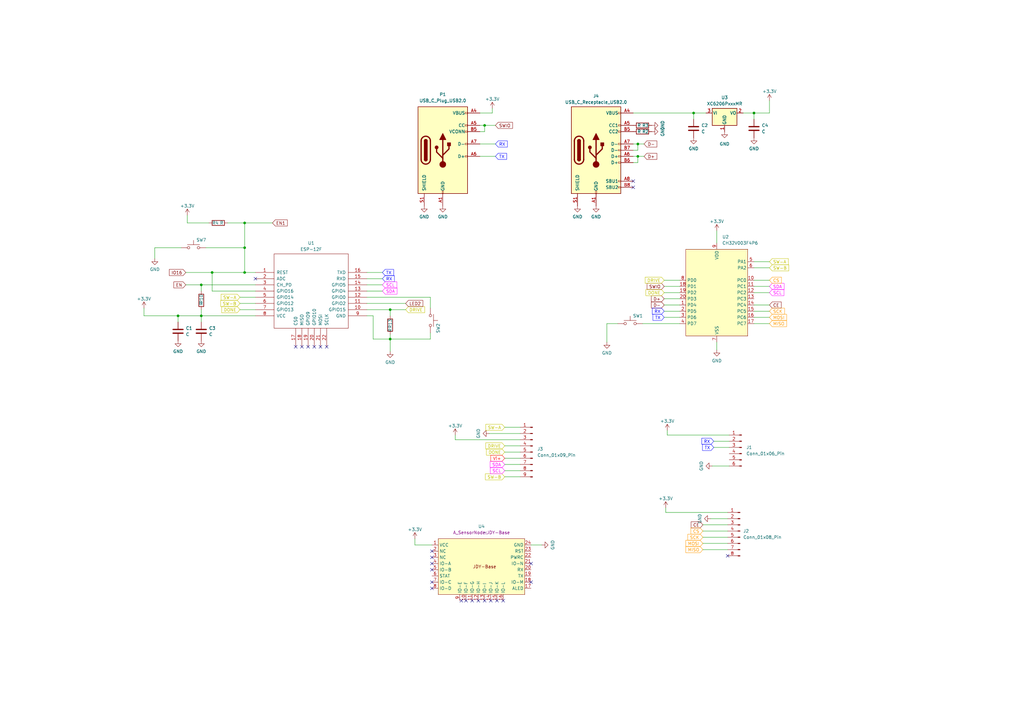
<source format=kicad_sch>
(kicad_sch (version 20230121) (generator eeschema)
  (paper "A3")
  (lib_symbols
    (symbol "A_SensorNode:JDY-Base"
      (property "Reference" "U" (at 0 0 0))
      (property "Footprint" "A_SensorNode:JDY-Base" (at -1.27 -10.16 0))
      (symbol "JDY-Base_1_1"
        (rectangle (start -19.05 -2.54) (end 16.51 -25.4) (fill (type background)))
        (text "JDY-Base" (at 0 -13.97 0) (effects (font (size 1.27 1.27))))
        (pin bidirectional line (at -21.59 -5.08 0) (length 2.54) (name "VCC") (number "1"))
        (pin bidirectional line (at -7.62 -27.94 90) (length 2.54) (name "IO-F") (number "10"))
        (pin bidirectional line (at -5.08 -27.94 90) (length 2.54) (name "IO-G") (number "11"))
        (pin bidirectional line (at -2.54 -27.94 90) (length 2.54) (name "IO-H") (number "12"))
        (pin bidirectional line (at 0 -27.94 90) (length 2.54) (name "IO-I") (number "13"))
        (pin bidirectional line (at 2.54 -27.94 90) (length 2.54) (name "IO-J") (number "14"))
        (pin bidirectional line (at 5.08 -27.94 90) (length 2.54) (name "IO-K") (number "15"))
        (pin bidirectional line (at 7.62 -27.94 90) (length 2.54) (name "IO-L") (number "16"))
        (pin bidirectional line (at 19.05 -22.86 180) (length 2.54) (name "ALED") (number "17"))
        (pin bidirectional line (at 19.05 -20.32 180) (length 2.54) (name "IO-M") (number "18"))
        (pin bidirectional line (at 19.05 -17.78 180) (length 2.54) (name "TX") (number "19"))
        (pin bidirectional line (at -21.59 -7.62 0) (length 2.54) (name "NC") (number "2"))
        (pin bidirectional line (at 19.05 -15.24 180) (length 2.54) (name "RX") (number "20"))
        (pin bidirectional line (at 19.05 -12.7 180) (length 2.54) (name "IO-N") (number "21"))
        (pin bidirectional line (at 19.05 -10.16 180) (length 2.54) (name "PWRC") (number "22"))
        (pin bidirectional line (at 19.05 -7.62 180) (length 2.54) (name "RST") (number "23"))
        (pin bidirectional line (at 19.05 -5.08 180) (length 2.54) (name "GND") (number "24"))
        (pin bidirectional line (at -21.59 -10.16 0) (length 2.54) (name "NC") (number "3"))
        (pin bidirectional line (at -21.59 -12.7 0) (length 2.54) (name "IO-A") (number "4"))
        (pin bidirectional line (at -21.59 -15.24 0) (length 2.54) (name "IO-B") (number "5"))
        (pin bidirectional line (at -21.59 -17.78 0) (length 2.54) (name "STAT") (number "6"))
        (pin bidirectional line (at -21.59 -20.32 0) (length 2.54) (name "IO-C") (number "7"))
        (pin bidirectional line (at -21.59 -22.86 0) (length 2.54) (name "IO-D") (number "8"))
        (pin bidirectional line (at -10.16 -27.94 90) (length 2.54) (name "IO-E") (number "9"))
      )
    )
    (symbol "Connector:Conn_01x06_Pin" (pin_names (offset 1.016) hide)
      (property "Reference" "J" (at 0 7.62 0))
      (property "Value" "Conn_01x06_Pin" (at 0 -10.16 0))
      (symbol "Conn_01x06_Pin_1_1"
        (polyline (pts (xy 1.27 -7.62) (xy 0.8636 -7.62)) (stroke (width 0.1524)))
        (polyline (pts (xy 1.27 -5.08) (xy 0.8636 -5.08)) (stroke (width 0.1524)))
        (polyline (pts (xy 1.27 -2.54) (xy 0.8636 -2.54)) (stroke (width 0.1524)))
        (polyline (pts (xy 1.27 0) (xy 0.8636 0)) (stroke (width 0.1524)))
        (polyline (pts (xy 1.27 2.54) (xy 0.8636 2.54)) (stroke (width 0.1524)))
        (polyline (pts (xy 1.27 5.08) (xy 0.8636 5.08)) (stroke (width 0.1524)))
        (rectangle (start 0.8636 -7.493) (end 0 -7.747) (stroke (width 0.1524)) (fill (type outline)))
        (rectangle (start 0.8636 -4.953) (end 0 -5.207) (stroke (width 0.1524)) (fill (type outline)))
        (rectangle (start 0.8636 -2.413) (end 0 -2.667) (stroke (width 0.1524)) (fill (type outline)))
        (rectangle (start 0.8636 0.127) (end 0 -0.127) (stroke (width 0.1524)) (fill (type outline)))
        (rectangle (start 0.8636 2.667) (end 0 2.413) (stroke (width 0.1524)) (fill (type outline)))
        (rectangle (start 0.8636 5.207) (end 0 4.953) (stroke (width 0.1524)) (fill (type outline)))
        (pin passive line (at 5.08 5.08 180) (length 3.81) (name "Pin_1") (number "1"))
        (pin passive line (at 5.08 2.54 180) (length 3.81) (name "Pin_2") (number "2"))
        (pin passive line (at 5.08 0 180) (length 3.81) (name "Pin_3") (number "3"))
        (pin passive line (at 5.08 -2.54 180) (length 3.81) (name "Pin_4") (number "4"))
        (pin passive line (at 5.08 -5.08 180) (length 3.81) (name "Pin_5") (number "5"))
        (pin passive line (at 5.08 -7.62 180) (length 3.81) (name "Pin_6") (number "6"))
      )
    )
    (symbol "Connector:Conn_01x08_Pin" (pin_names (offset 1.016) hide)
      (property "Reference" "J" (at 0 10.16 0))
      (property "Value" "Conn_01x08_Pin" (at 0 -12.7 0))
      (symbol "Conn_01x08_Pin_1_1"
        (polyline (pts (xy 1.27 -10.16) (xy 0.8636 -10.16)) (stroke (width 0.1524)))
        (polyline (pts (xy 1.27 -7.62) (xy 0.8636 -7.62)) (stroke (width 0.1524)))
        (polyline (pts (xy 1.27 -5.08) (xy 0.8636 -5.08)) (stroke (width 0.1524)))
        (polyline (pts (xy 1.27 -2.54) (xy 0.8636 -2.54)) (stroke (width 0.1524)))
        (polyline (pts (xy 1.27 0) (xy 0.8636 0)) (stroke (width 0.1524)))
        (polyline (pts (xy 1.27 2.54) (xy 0.8636 2.54)) (stroke (width 0.1524)))
        (polyline (pts (xy 1.27 5.08) (xy 0.8636 5.08)) (stroke (width 0.1524)))
        (polyline (pts (xy 1.27 7.62) (xy 0.8636 7.62)) (stroke (width 0.1524)))
        (rectangle (start 0.8636 -10.033) (end 0 -10.287) (stroke (width 0.1524)) (fill (type outline)))
        (rectangle (start 0.8636 -7.493) (end 0 -7.747) (stroke (width 0.1524)) (fill (type outline)))
        (rectangle (start 0.8636 -4.953) (end 0 -5.207) (stroke (width 0.1524)) (fill (type outline)))
        (rectangle (start 0.8636 -2.413) (end 0 -2.667) (stroke (width 0.1524)) (fill (type outline)))
        (rectangle (start 0.8636 0.127) (end 0 -0.127) (stroke (width 0.1524)) (fill (type outline)))
        (rectangle (start 0.8636 2.667) (end 0 2.413) (stroke (width 0.1524)) (fill (type outline)))
        (rectangle (start 0.8636 5.207) (end 0 4.953) (stroke (width 0.1524)) (fill (type outline)))
        (rectangle (start 0.8636 7.747) (end 0 7.493) (stroke (width 0.1524)) (fill (type outline)))
        (pin passive line (at 5.08 7.62 180) (length 3.81) (name "Pin_1") (number "1"))
        (pin passive line (at 5.08 5.08 180) (length 3.81) (name "Pin_2") (number "2"))
        (pin passive line (at 5.08 2.54 180) (length 3.81) (name "Pin_3") (number "3"))
        (pin passive line (at 5.08 0 180) (length 3.81) (name "Pin_4") (number "4"))
        (pin passive line (at 5.08 -2.54 180) (length 3.81) (name "Pin_5") (number "5"))
        (pin passive line (at 5.08 -5.08 180) (length 3.81) (name "Pin_6") (number "6"))
        (pin passive line (at 5.08 -7.62 180) (length 3.81) (name "Pin_7") (number "7"))
        (pin passive line (at 5.08 -10.16 180) (length 3.81) (name "Pin_8") (number "8"))
      )
    )
    (symbol "Connector:Conn_01x09_Pin" (pin_names (offset 1.016) hide)
      (property "Reference" "J" (at 0 12.7 0))
      (property "Value" "Conn_01x09_Pin" (at 0 -12.7 0))
      (symbol "Conn_01x09_Pin_1_1"
        (polyline (pts (xy 1.27 -10.16) (xy 0.8636 -10.16)) (stroke (width 0.1524)))
        (polyline (pts (xy 1.27 -7.62) (xy 0.8636 -7.62)) (stroke (width 0.1524)))
        (polyline (pts (xy 1.27 -5.08) (xy 0.8636 -5.08)) (stroke (width 0.1524)))
        (polyline (pts (xy 1.27 -2.54) (xy 0.8636 -2.54)) (stroke (width 0.1524)))
        (polyline (pts (xy 1.27 0) (xy 0.8636 0)) (stroke (width 0.1524)))
        (polyline (pts (xy 1.27 2.54) (xy 0.8636 2.54)) (stroke (width 0.1524)))
        (polyline (pts (xy 1.27 5.08) (xy 0.8636 5.08)) (stroke (width 0.1524)))
        (polyline (pts (xy 1.27 7.62) (xy 0.8636 7.62)) (stroke (width 0.1524)))
        (polyline (pts (xy 1.27 10.16) (xy 0.8636 10.16)) (stroke (width 0.1524)))
        (rectangle (start 0.8636 -10.033) (end 0 -10.287) (stroke (width 0.1524)) (fill (type outline)))
        (rectangle (start 0.8636 -7.493) (end 0 -7.747) (stroke (width 0.1524)) (fill (type outline)))
        (rectangle (start 0.8636 -4.953) (end 0 -5.207) (stroke (width 0.1524)) (fill (type outline)))
        (rectangle (start 0.8636 -2.413) (end 0 -2.667) (stroke (width 0.1524)) (fill (type outline)))
        (rectangle (start 0.8636 0.127) (end 0 -0.127) (stroke (width 0.1524)) (fill (type outline)))
        (rectangle (start 0.8636 2.667) (end 0 2.413) (stroke (width 0.1524)) (fill (type outline)))
        (rectangle (start 0.8636 5.207) (end 0 4.953) (stroke (width 0.1524)) (fill (type outline)))
        (rectangle (start 0.8636 7.747) (end 0 7.493) (stroke (width 0.1524)) (fill (type outline)))
        (rectangle (start 0.8636 10.287) (end 0 10.033) (stroke (width 0.1524)) (fill (type outline)))
        (pin passive line (at 5.08 10.16 180) (length 3.81) (name "Pin_1") (number "1"))
        (pin passive line (at 5.08 7.62 180) (length 3.81) (name "Pin_2") (number "2"))
        (pin passive line (at 5.08 5.08 180) (length 3.81) (name "Pin_3") (number "3"))
        (pin passive line (at 5.08 2.54 180) (length 3.81) (name "Pin_4") (number "4"))
        (pin passive line (at 5.08 0 180) (length 3.81) (name "Pin_5") (number "5"))
        (pin passive line (at 5.08 -2.54 180) (length 3.81) (name "Pin_6") (number "6"))
        (pin passive line (at 5.08 -5.08 180) (length 3.81) (name "Pin_7") (number "7"))
        (pin passive line (at 5.08 -7.62 180) (length 3.81) (name "Pin_8") (number "8"))
        (pin passive line (at 5.08 -10.16 180) (length 3.81) (name "Pin_9") (number "9"))
      )
    )
    (symbol "Connector:USB_C_Plug_USB2.0" (pin_names (offset 1.016))
      (property "Reference" "P" (at -10.16 19.05 0))
      (property "Value" "USB_C_Plug_USB2.0" (at 12.7 19.05 0))
      (symbol "USB_C_Plug_USB2.0_0_0"
        (rectangle (start -0.254 -17.78) (end 0.254 -16.764))
        (rectangle (start 10.16 -2.286) (end 9.144 -2.794))
        (rectangle (start 10.16 2.794) (end 9.144 2.286))
        (rectangle (start 10.16 7.874) (end 9.144 7.366))
        (rectangle (start 10.16 10.414) (end 9.144 9.906))
        (rectangle (start 10.16 15.494) (end 9.144 14.986))
      )
      (symbol "USB_C_Plug_USB2.0_0_1"
        (rectangle (start -10.16 17.78) (end 10.16 -17.78) (stroke (width 0.254)) (fill (type background)))
        (arc (start -8.89 -3.81) (mid -6.985 -5.7067) (end -5.08 -3.81) (stroke (width 0.508)))
        (arc (start -7.62 -3.81) (mid -6.985 -4.4423) (end -6.35 -3.81) (stroke (width 0.254)))
        (arc (start -7.62 -3.81) (mid -6.985 -4.4423) (end -6.35 -3.81) (stroke (width 0.254)) (fill (type outline)))
        (rectangle (start -7.62 -3.81) (end -6.35 3.81) (stroke (width 0.254)) (fill (type outline)))
        (arc (start -6.35 3.81) (mid -6.985 4.4423) (end -7.62 3.81) (stroke (width 0.254)))
        (arc (start -6.35 3.81) (mid -6.985 4.4423) (end -7.62 3.81) (stroke (width 0.254)) (fill (type outline)))
        (arc (start -5.08 3.81) (mid -6.985 5.7067) (end -8.89 3.81) (stroke (width 0.508)))
        (circle (center -2.54 1.143) (radius 0.635) (stroke (width 0.254)) (fill (type outline)))
        (circle (center 0 -5.842) (radius 1.27) (fill (type outline)))
        (polyline (pts (xy -8.89 -3.81) (xy -8.89 3.81)) (stroke (width 0.508)))
        (polyline (pts (xy -5.08 3.81) (xy -5.08 -3.81)) (stroke (width 0.508)))
        (polyline (pts (xy 0 -5.842) (xy 0 4.318)) (stroke (width 0.508)))
        (polyline (pts (xy 0 -3.302) (xy -2.54 -0.762) (xy -2.54 0.508)) (stroke (width 0.508)))
        (polyline (pts (xy 0 -2.032) (xy 2.54 0.508) (xy 2.54 1.778)) (stroke (width 0.508)))
        (polyline (pts (xy -1.27 4.318) (xy 0 6.858) (xy 1.27 4.318) (xy -1.27 4.318)) (stroke (width 0.254)) (fill (type outline)))
        (rectangle (start 1.905 1.778) (end 3.175 3.048) (stroke (width 0.254)) (fill (type outline)))
      )
      (symbol "USB_C_Plug_USB2.0_1_1"
        (pin passive line (at 0 -22.86 90) (length 5.08) (name "GND") (number "A1"))
        (pin passive line (at 0 -22.86 90) (length 5.08) hide (name "GND") (number "A12"))
        (pin passive line (at 15.24 15.24 180) (length 5.08) (name "VBUS") (number "A4"))
        (pin bidirectional line (at 15.24 10.16 180) (length 5.08) (name "CC") (number "A5"))
        (pin bidirectional line (at 15.24 -2.54 180) (length 5.08) (name "D+") (number "A6"))
        (pin bidirectional line (at 15.24 2.54 180) (length 5.08) (name "D-") (number "A7"))
        (pin passive line (at 15.24 15.24 180) (length 5.08) hide (name "VBUS") (number "A9"))
        (pin passive line (at 0 -22.86 90) (length 5.08) hide (name "GND") (number "B1"))
        (pin passive line (at 0 -22.86 90) (length 5.08) hide (name "GND") (number "B12"))
        (pin passive line (at 15.24 15.24 180) (length 5.08) hide (name "VBUS") (number "B4"))
        (pin bidirectional line (at 15.24 7.62 180) (length 5.08) (name "VCONN") (number "B5"))
        (pin passive line (at 15.24 15.24 180) (length 5.08) hide (name "VBUS") (number "B9"))
        (pin passive line (at -7.62 -22.86 90) (length 5.08) (name "SHIELD") (number "S1"))
      )
    )
    (symbol "Connector:USB_C_Receptacle_USB2.0" (pin_names (offset 1.016))
      (property "Reference" "J" (at -10.16 19.05 0))
      (property "Value" "USB_C_Receptacle_USB2.0" (at 19.05 19.05 0))
      (symbol "USB_C_Receptacle_USB2.0_0_0"
        (rectangle (start -0.254 -17.78) (end 0.254 -16.764))
        (rectangle (start 10.16 -14.986) (end 9.144 -15.494))
        (rectangle (start 10.16 -12.446) (end 9.144 -12.954))
        (rectangle (start 10.16 -4.826) (end 9.144 -5.334))
        (rectangle (start 10.16 -2.286) (end 9.144 -2.794))
        (rectangle (start 10.16 0.254) (end 9.144 -0.254))
        (rectangle (start 10.16 2.794) (end 9.144 2.286))
        (rectangle (start 10.16 7.874) (end 9.144 7.366))
        (rectangle (start 10.16 10.414) (end 9.144 9.906))
        (rectangle (start 10.16 15.494) (end 9.144 14.986))
      )
      (symbol "USB_C_Receptacle_USB2.0_0_1"
        (rectangle (start -10.16 17.78) (end 10.16 -17.78) (stroke (width 0.254)) (fill (type background)))
        (arc (start -8.89 -3.81) (mid -6.985 -5.7067) (end -5.08 -3.81) (stroke (width 0.508)))
        (arc (start -7.62 -3.81) (mid -6.985 -4.4423) (end -6.35 -3.81) (stroke (width 0.254)))
        (arc (start -7.62 -3.81) (mid -6.985 -4.4423) (end -6.35 -3.81) (stroke (width 0.254)) (fill (type outline)))
        (rectangle (start -7.62 -3.81) (end -6.35 3.81) (stroke (width 0.254)) (fill (type outline)))
        (arc (start -6.35 3.81) (mid -6.985 4.4423) (end -7.62 3.81) (stroke (width 0.254)))
        (arc (start -6.35 3.81) (mid -6.985 4.4423) (end -7.62 3.81) (stroke (width 0.254)) (fill (type outline)))
        (arc (start -5.08 3.81) (mid -6.985 5.7067) (end -8.89 3.81) (stroke (width 0.508)))
        (circle (center -2.54 1.143) (radius 0.635) (stroke (width 0.254)) (fill (type outline)))
        (circle (center 0 -5.842) (radius 1.27) (fill (type outline)))
        (polyline (pts (xy -8.89 -3.81) (xy -8.89 3.81)) (stroke (width 0.508)))
        (polyline (pts (xy -5.08 3.81) (xy -5.08 -3.81)) (stroke (width 0.508)))
        (polyline (pts (xy 0 -5.842) (xy 0 4.318)) (stroke (width 0.508)))
        (polyline (pts (xy 0 -3.302) (xy -2.54 -0.762) (xy -2.54 0.508)) (stroke (width 0.508)))
        (polyline (pts (xy 0 -2.032) (xy 2.54 0.508) (xy 2.54 1.778)) (stroke (width 0.508)))
        (polyline (pts (xy -1.27 4.318) (xy 0 6.858) (xy 1.27 4.318) (xy -1.27 4.318)) (stroke (width 0.254)) (fill (type outline)))
        (rectangle (start 1.905 1.778) (end 3.175 3.048) (stroke (width 0.254)) (fill (type outline)))
      )
      (symbol "USB_C_Receptacle_USB2.0_1_1"
        (pin passive line (at 0 -22.86 90) (length 5.08) (name "GND") (number "A1"))
        (pin passive line (at 0 -22.86 90) (length 5.08) hide (name "GND") (number "A12"))
        (pin passive line (at 15.24 15.24 180) (length 5.08) (name "VBUS") (number "A4"))
        (pin bidirectional line (at 15.24 10.16 180) (length 5.08) (name "CC1") (number "A5"))
        (pin bidirectional line (at 15.24 -2.54 180) (length 5.08) (name "D+") (number "A6"))
        (pin bidirectional line (at 15.24 2.54 180) (length 5.08) (name "D-") (number "A7"))
        (pin bidirectional line (at 15.24 -12.7 180) (length 5.08) (name "SBU1") (number "A8"))
        (pin passive line (at 15.24 15.24 180) (length 5.08) hide (name "VBUS") (number "A9"))
        (pin passive line (at 0 -22.86 90) (length 5.08) hide (name "GND") (number "B1"))
        (pin passive line (at 0 -22.86 90) (length 5.08) hide (name "GND") (number "B12"))
        (pin passive line (at 15.24 15.24 180) (length 5.08) hide (name "VBUS") (number "B4"))
        (pin bidirectional line (at 15.24 7.62 180) (length 5.08) (name "CC2") (number "B5"))
        (pin bidirectional line (at 15.24 -5.08 180) (length 5.08) (name "D+") (number "B6"))
        (pin bidirectional line (at 15.24 0 180) (length 5.08) (name "D-") (number "B7"))
        (pin bidirectional line (at 15.24 -15.24 180) (length 5.08) (name "SBU2") (number "B8"))
        (pin passive line (at 15.24 15.24 180) (length 5.08) hide (name "VBUS") (number "B9"))
        (pin passive line (at -7.62 -22.86 90) (length 5.08) (name "SHIELD") (number "S1"))
      )
    )
    (symbol "Device:C" (pin_numbers hide) (pin_names (offset 0.254))
      (property "Reference" "C" (at 0.635 2.54 0))
      (property "Value" "C" (at 0.635 -2.54 0))
      (symbol "C_0_1"
        (polyline (pts (xy -2.032 -0.762) (xy 2.032 -0.762)) (stroke (width 0.508)))
        (polyline (pts (xy -2.032 0.762) (xy 2.032 0.762)) (stroke (width 0.508)))
      )
      (symbol "C_1_1"
        (pin passive line (at 0 3.81 270) (length 2.794) (name "~") (number "1"))
        (pin passive line (at 0 -3.81 90) (length 2.794) (name "~") (number "2"))
      )
    )
    (symbol "Device:R" (pin_numbers hide) (pin_names (offset 0))
      (property "Reference" "R" (at 2.032 0 90))
      (property "Value" "R" (at 0 0 90))
      (symbol "R_0_1"
        (rectangle (start -1.016 -2.54) (end 1.016 2.54) (stroke (width 0.254)))
      )
      (symbol "R_1_1"
        (pin passive line (at 0 3.81 270) (length 1.27) (name "~") (number "1"))
        (pin passive line (at 0 -3.81 90) (length 1.27) (name "~") (number "2"))
      )
    )
    (symbol "ESP8266:ESP-12F" (pin_names (offset 1.016))
      (property "Reference" "U2" (at 0 19.685 0))
      (property "Value" "ESP-12F" (at 0 17.145 0))
      (symbol "ESP-12F_1_0"
        (rectangle (start -15.24 -15.24) (end 15.24 15.24))
      )
      (symbol "ESP-12F_1_1"
        (pin input line (at -22.86 7.62 0) (length 7.62) (name "REST") (number "1"))
        (pin bidirectional line (at 22.86 -7.62 180) (length 7.62) (name "GPIO15") (number "10"))
        (pin bidirectional line (at 22.86 -5.08 180) (length 7.62) (name "GPIO2") (number "11"))
        (pin bidirectional line (at 22.86 -2.54 180) (length 7.62) (name "GPIO0") (number "12"))
        (pin bidirectional line (at 22.86 0 180) (length 7.62) (name "GPIO4") (number "13"))
        (pin bidirectional line (at 22.86 2.54 180) (length 7.62) (name "GPIO5") (number "14"))
        (pin input line (at 22.86 5.08 180) (length 7.62) (name "RXD") (number "15"))
        (pin output line (at 22.86 7.62 180) (length 7.62) (name "TXD") (number "16"))
        (pin bidirectional line (at -6.35 -22.86 90) (length 7.62) (name "CS0") (number "17"))
        (pin bidirectional line (at -3.81 -22.86 90) (length 7.62) (name "MISO") (number "18"))
        (pin bidirectional line (at -1.27 -22.86 90) (length 7.62) (name "GPIO9") (number "19"))
        (pin passive line (at -22.86 5.08 0) (length 7.62) (name "ADC") (number "2"))
        (pin bidirectional line (at 1.27 -22.86 90) (length 7.62) (name "GPIO10") (number "20"))
        (pin bidirectional line (at 3.81 -22.86 90) (length 7.62) (name "MOSI") (number "21"))
        (pin bidirectional line (at 6.35 -22.86 90) (length 7.62) (name "SCLK") (number "22"))
        (pin input line (at -22.86 2.54 0) (length 7.62) (name "CH_PD") (number "3"))
        (pin bidirectional line (at -22.86 0 0) (length 7.62) (name "GPIO16") (number "4"))
        (pin bidirectional line (at -22.86 -2.54 0) (length 7.62) (name "GPIO14") (number "5"))
        (pin bidirectional line (at -22.86 -5.08 0) (length 7.62) (name "GPIO12") (number "6"))
        (pin bidirectional line (at -22.86 -7.62 0) (length 7.62) (name "GPIO13") (number "7"))
        (pin bidirectional line (at -22.86 -10.16 0) (length 7.62) (name "VCC") (number "8"))
        (pin bidirectional line (at 22.86 -10.16 180) (length 7.62) (name "GND") (number "9"))
      )
    )
    (symbol "Regulator_Linear:XC6206PxxxMR" (pin_names (offset 0.254))
      (property "Reference" "U" (at -3.81 3.175 0))
      (property "Value" "XC6206PxxxMR" (at 0 3.175 0))
      (symbol "XC6206PxxxMR_0_1"
        (rectangle (start -5.08 1.905) (end 5.08 -5.08) (stroke (width 0.254)) (fill (type background)))
      )
      (symbol "XC6206PxxxMR_1_1"
        (pin power_in line (at 0 -7.62 90) (length 2.54) (name "GND") (number "1"))
        (pin power_out line (at 7.62 0 180) (length 2.54) (name "VO") (number "2"))
        (pin power_in line (at -7.62 0 0) (length 2.54) (name "VI") (number "3"))
      )
    )
    (symbol "Switch:SW_Push" (pin_numbers hide) (pin_names (offset 1.016) hide)
      (property "Reference" "SW" (at 1.27 2.54 0))
      (property "Value" "SW_Push" (at 0 -1.524 0))
      (symbol "SW_Push_0_1"
        (circle (center -2.032 0) (radius 0.508))
        (polyline (pts (xy 0 1.27) (xy 0 3.048)))
        (polyline (pts (xy 2.54 1.27) (xy -2.54 1.27)))
        (circle (center 2.032 0) (radius 0.508))
        (pin passive line (at -5.08 0 0) (length 2.54) (name "1") (number "1"))
        (pin passive line (at 5.08 0 180) (length 2.54) (name "2") (number "2"))
      )
    )
    (symbol "power:+3.3V" (power) (pin_names (offset 0))
      (property "Value" "+3.3V" (at 0 3.556 0))
      (symbol "+3.3V_0_1"
        (polyline (pts (xy -0.762 1.27) (xy 0 2.54)))
        (polyline (pts (xy 0 0) (xy 0 2.54)))
        (polyline (pts (xy 0 2.54) (xy 0.762 1.27)))
      )
      (symbol "+3.3V_1_1"
        (pin power_in line (at 0 0 90) (length 0) hide (name "+3.3V") (number "1"))
      )
    )
    (symbol "power:GND" (power) (pin_names (offset 0))
      (property "Value" "GND" (at 0 -3.81 0))
      (symbol "GND_0_1"
        (polyline (pts (xy 0 0) (xy 0 -1.27) (xy 1.27 -1.27) (xy 0 -2.54) (xy -1.27 -1.27) (xy 0 -1.27)))
      )
      (symbol "GND_1_1"
        (pin power_in line (at 0 0 270) (length 0) hide (name "GND") (number "1"))
      )
    )
    (symbol "wch-mcu:CH32V003F4P6"
      (property "Reference" "U" (at -12.7 19.05 0))
      (property "Value" "CH32V003F4P6" (at 1.27 19.05 0))
      (symbol "CH32V003F4P6_0_1"
        (rectangle (start -12.7 17.78) (end 12.7 -17.78) (stroke (width 0.1524)) (fill (type background)))
      )
      (symbol "CH32V003F4P6_1_0"
        (pin bidirectional line (at 15.24 -10.16 180) (length 2.54) (name "PC6") (number "16"))
        (pin bidirectional line (at 15.24 -12.7 180) (length 2.54) (name "PC7") (number "17"))
        (pin bidirectional line (at -15.24 2.54 0) (length 2.54) (name "PD1") (number "18"))
        (pin bidirectional line (at -15.24 0 0) (length 2.54) (name "PD2") (number "19"))
        (pin bidirectional line (at -15.24 -2.54 0) (length 2.54) (name "PD3") (number "20"))
      )
      (symbol "CH32V003F4P6_1_1"
        (pin bidirectional line (at -15.24 -5.08 0) (length 2.54) (name "PD4") (number "1"))
        (pin bidirectional line (at 15.24 5.08 180) (length 2.54) (name "PC0") (number "10"))
        (pin bidirectional line (at 15.24 2.54 180) (length 2.54) (name "PC1") (number "11"))
        (pin bidirectional line (at 15.24 0 180) (length 2.54) (name "PC2") (number "12"))
        (pin bidirectional line (at 15.24 -2.54 180) (length 2.54) (name "PC3") (number "13"))
        (pin bidirectional line (at 15.24 -5.08 180) (length 2.54) (name "PC4") (number "14"))
        (pin bidirectional line (at 15.24 -7.62 180) (length 2.54) (name "PC5") (number "15"))
        (pin bidirectional line (at -15.24 -7.62 0) (length 2.54) (name "PD5") (number "2"))
        (pin bidirectional line (at -15.24 -10.16 0) (length 2.54) (name "PD6") (number "3"))
        (pin bidirectional line (at -15.24 -12.7 0) (length 2.54) (name "PD7") (number "4"))
        (pin bidirectional line (at 15.24 12.7 180) (length 2.54) (name "PA1") (number "5"))
        (pin bidirectional line (at 15.24 10.16 180) (length 2.54) (name "PA2") (number "6"))
        (pin bidirectional line (at 0 -20.32 90) (length 2.54) (name "VSS") (number "7"))
        (pin bidirectional line (at -15.24 5.08 0) (length 2.54) (name "PD0") (number "8"))
        (pin bidirectional line (at 0 20.32 270) (length 2.54) (name "VDD") (number "9"))
      )
    )
  )
  (junction (at 160.02 139.065))
  (junction (at 198.755 51.435))
  (junction (at 261.62 64.135))
  (junction (at 309.245 46.355))
  (junction (at 82.55 129.54))
  (junction (at 86.995 111.76))
  (junction (at 284.48 46.355))
  (junction (at 100.33 101.6))
  (junction (at 100.33 91.44))
  (junction (at 82.55 116.84))
  (junction (at 73.025 129.54))
  (junction (at 160.02 127))
  (junction (at 100.33 111.76))
  (junction (at 261.62 59.055))
  (no_connect (at 217.805 238.76))
  (no_connect (at 201.295 246.38))
  (no_connect (at 206.375 246.38))
  (no_connect (at 126.365 142.24))
  (no_connect (at 128.905 142.24))
  (no_connect (at 177.165 233.68))
  (no_connect (at 189.23 246.38))
  (no_connect (at 298.45 227.965))
  (no_connect (at 217.805 231.14))
  (no_connect (at 198.755 246.38))
  (no_connect (at 133.985 142.24))
  (no_connect (at 177.165 231.14))
  (no_connect (at 177.165 241.3))
  (no_connect (at 193.675 246.38))
  (no_connect (at 177.165 238.76))
  (no_connect (at 259.715 74.295))
  (no_connect (at 203.835 246.38))
  (no_connect (at 196.215 246.38))
  (no_connect (at 177.165 228.6))
  (no_connect (at 121.285 142.24))
  (no_connect (at 123.825 142.24))
  (no_connect (at 259.715 76.835))
  (no_connect (at 191.135 246.38))
  (no_connect (at 104.775 114.3))
  (no_connect (at 177.165 226.06))
  (no_connect (at 131.445 142.24))
  (wire (pts (xy 278.765 125.095) (xy 272.415 125.095)))
  (wire (pts (xy 309.245 46.355) (xy 315.595 46.355)))
  (wire (pts (xy 196.85 46.355) (xy 201.93 46.355)))
  (wire (pts (xy 273.05 210.185) (xy 298.45 210.185)))
  (wire (pts (xy 100.33 91.44) (xy 111.76 91.44)))
  (wire (pts (xy 150.495 111.76) (xy 156.845 111.76)))
  (wire (pts (xy 73.025 129.54) (xy 82.55 129.54)) (stroke (width 0) (color 0 132 0 1)))
  (wire (pts (xy 278.765 130.175) (xy 272.415 130.175)))
  (wire (pts (xy 176.53 126.365) (xy 176.53 121.92)))
  (wire (pts (xy 213.36 190.5) (xy 207.01 190.5)))
  (wire (pts (xy 100.33 111.76) (xy 104.775 111.76)))
  (wire (pts (xy 309.245 46.355) (xy 309.245 48.895)))
  (wire (pts (xy 63.5 106.045) (xy 63.5 101.6)))
  (wire (pts (xy 198.755 51.435) (xy 203.2 51.435)))
  (wire (pts (xy 76.2 116.84) (xy 82.55 116.84)) (stroke (width 0) (color 0 132 0 1)))
  (wire (pts (xy 278.765 122.555) (xy 272.415 122.555)))
  (wire (pts (xy 150.495 114.3) (xy 156.845 114.3)))
  (wire (pts (xy 186.69 178.435) (xy 186.69 180.34)))
  (wire (pts (xy 273.05 210.185) (xy 273.05 208.28)))
  (wire (pts (xy 176.53 136.525) (xy 176.53 139.065)))
  (wire (pts (xy 207.01 187.96) (xy 213.36 187.96)) (stroke (width 0) (color 0 132 0 1)))
  (wire (pts (xy 273.685 178.435) (xy 273.685 176.53)))
  (wire (pts (xy 200.66 177.8) (xy 213.36 177.8)))
  (wire (pts (xy 207.01 185.42) (xy 213.36 185.42)))
  (wire (pts (xy 85.725 91.44) (xy 76.835 91.44)))
  (wire (pts (xy 82.55 129.54) (xy 82.55 132.08)))
  (wire (pts (xy 100.33 101.6) (xy 100.33 111.76)))
  (wire (pts (xy 201.93 46.355) (xy 201.93 44.45)))
  (wire (pts (xy 298.45 222.885) (xy 288.29 222.885)))
  (wire (pts (xy 299.085 183.515) (xy 292.735 183.515)))
  (wire (pts (xy 263.525 132.715) (xy 278.765 132.715)))
  (wire (pts (xy 160.02 139.065) (xy 160.02 144.145)))
  (wire (pts (xy 217.805 223.52) (xy 222.25 223.52)))
  (wire (pts (xy 63.5 101.6) (xy 74.295 101.6)))
  (wire (pts (xy 82.55 129.54) (xy 104.775 129.54)) (stroke (width 0) (color 0 132 0 1)))
  (wire (pts (xy 196.85 64.135) (xy 203.2 64.135)))
  (wire (pts (xy 248.92 140.335) (xy 248.92 132.715)))
  (wire (pts (xy 259.715 59.055) (xy 261.62 59.055)))
  (wire (pts (xy 76.2 111.76) (xy 86.995 111.76)))
  (wire (pts (xy 261.62 66.675) (xy 261.62 64.135)))
  (wire (pts (xy 273.685 178.435) (xy 299.085 178.435)))
  (wire (pts (xy 292.1 191.135) (xy 299.085 191.135)))
  (wire (pts (xy 261.62 59.055) (xy 264.16 59.055)))
  (wire (pts (xy 196.85 59.055) (xy 203.2 59.055)))
  (wire (pts (xy 309.245 127.635) (xy 315.595 127.635)))
  (wire (pts (xy 291.465 212.725) (xy 298.45 212.725)))
  (wire (pts (xy 59.055 129.54) (xy 73.025 129.54)))
  (wire (pts (xy 207.01 182.88) (xy 213.36 182.88)))
  (wire (pts (xy 259.715 61.595) (xy 261.62 61.595)))
  (wire (pts (xy 309.245 107.315) (xy 315.595 107.315)))
  (wire (pts (xy 284.48 46.355) (xy 284.48 48.895)))
  (wire (pts (xy 160.02 127) (xy 160.02 129.54)))
  (wire (pts (xy 170.18 223.52) (xy 170.18 220.98)))
  (wire (pts (xy 309.245 125.095) (xy 315.595 125.095)))
  (wire (pts (xy 150.495 116.84) (xy 156.845 116.84)))
  (wire (pts (xy 150.495 129.54) (xy 153.035 129.54)))
  (wire (pts (xy 294.005 94.615) (xy 294.005 99.695)))
  (wire (pts (xy 278.765 114.935) (xy 272.415 114.935)))
  (wire (pts (xy 150.495 127) (xy 160.02 127)))
  (wire (pts (xy 213.36 175.26) (xy 207.01 175.26)))
  (wire (pts (xy 298.45 225.425) (xy 288.29 225.425)))
  (wire (pts (xy 213.36 195.58) (xy 207.01 195.58)))
  (wire (pts (xy 82.55 116.84) (xy 104.775 116.84)) (stroke (width 0) (color 0 132 0 1)))
  (wire (pts (xy 259.715 64.135) (xy 261.62 64.135)))
  (wire (pts (xy 198.755 53.975) (xy 198.755 51.435)))
  (wire (pts (xy 186.69 180.34) (xy 213.36 180.34)))
  (wire (pts (xy 294.005 140.335) (xy 294.005 143.51)))
  (wire (pts (xy 100.33 91.44) (xy 100.33 101.6)))
  (wire (pts (xy 82.55 127) (xy 82.55 129.54)))
  (wire (pts (xy 309.245 117.475) (xy 315.595 117.475)))
  (wire (pts (xy 261.62 61.595) (xy 261.62 59.055)))
  (wire (pts (xy 278.765 120.015) (xy 272.415 120.015)))
  (wire (pts (xy 73.025 129.54) (xy 73.025 132.08)))
  (wire (pts (xy 153.035 129.54) (xy 153.035 139.065)))
  (wire (pts (xy 150.495 121.92) (xy 176.53 121.92)))
  (wire (pts (xy 104.775 127) (xy 98.425 127)))
  (wire (pts (xy 298.45 215.265) (xy 288.29 215.265)))
  (wire (pts (xy 261.62 64.135) (xy 264.16 64.135)))
  (wire (pts (xy 315.595 109.855) (xy 309.245 109.855)))
  (wire (pts (xy 86.995 111.76) (xy 86.995 119.38)))
  (wire (pts (xy 170.18 223.52) (xy 177.165 223.52)))
  (wire (pts (xy 278.765 127.635) (xy 272.415 127.635)))
  (wire (pts (xy 309.245 120.015) (xy 315.595 120.015)))
  (wire (pts (xy 259.715 66.675) (xy 261.62 66.675)))
  (wire (pts (xy 298.45 217.805) (xy 288.29 217.805)))
  (wire (pts (xy 248.92 132.715) (xy 253.365 132.715)))
  (wire (pts (xy 284.48 46.355) (xy 289.56 46.355)))
  (wire (pts (xy 76.835 88.265) (xy 76.835 91.44)))
  (wire (pts (xy 309.245 114.935) (xy 315.595 114.935)))
  (wire (pts (xy 86.995 119.38) (xy 104.775 119.38)))
  (wire (pts (xy 160.02 127) (xy 166.37 127)))
  (wire (pts (xy 176.53 139.065) (xy 160.02 139.065)))
  (wire (pts (xy 207.01 193.04) (xy 213.36 193.04)))
  (wire (pts (xy 160.02 139.065) (xy 153.035 139.065)))
  (wire (pts (xy 196.85 53.975) (xy 198.755 53.975)))
  (wire (pts (xy 278.765 117.475) (xy 272.415 117.475)))
  (wire (pts (xy 309.245 130.175) (xy 315.595 130.175)))
  (wire (pts (xy 298.45 220.345) (xy 288.29 220.345)))
  (wire (pts (xy 309.245 132.715) (xy 315.595 132.715)))
  (wire (pts (xy 100.33 91.44) (xy 93.345 91.44)))
  (wire (pts (xy 59.055 126.365) (xy 59.055 129.54)))
  (wire (pts (xy 304.8 46.355) (xy 309.245 46.355)))
  (wire (pts (xy 160.02 137.16) (xy 160.02 139.065)))
  (wire (pts (xy 150.495 124.46) (xy 166.37 124.46)))
  (wire (pts (xy 104.775 121.92) (xy 98.425 121.92)))
  (wire (pts (xy 259.715 46.355) (xy 284.48 46.355)))
  (wire (pts (xy 82.55 116.84) (xy 82.55 119.38)))
  (wire (pts (xy 84.455 101.6) (xy 100.33 101.6)))
  (wire (pts (xy 196.85 51.435) (xy 198.755 51.435)))
  (wire (pts (xy 315.595 41.275) (xy 315.595 46.355)))
  (wire (pts (xy 98.425 124.46) (xy 104.775 124.46)))
  (wire (pts (xy 86.995 111.76) (xy 100.33 111.76)))
  (wire (pts (xy 299.085 180.975) (xy 292.735 180.975)))
  (wire (pts (xy 150.495 119.38) (xy 156.845 119.38)))
  (global_label "IO16" (shape input) (at 76.2 111.76 180) (property "Intersheetrefs" "${INTERSHEET_REFS}" (effects hide)))
  (global_label "TX" (shape input) (at 203.2 64.135 0) (property "Intersheetrefs" "${INTERSHEET_REFS}" (effects hide)))
  (global_label "D-" (shape input) (at 272.415 125.095 180) (property "Intersheetrefs" "${INTERSHEET_REFS}" (effects hide)))
  (global_label "MOSI" (shape input) (at 288.29 222.885 180) (property "Intersheetrefs" "${INTERSHEET_REFS}" (effects hide)))
  (global_label "MISO" (shape input) (at 288.29 225.425 180) (property "Intersheetrefs" "${INTERSHEET_REFS}" (effects hide)))
  (global_label "SWIO" (shape input) (at 203.2 51.435 0) (property "Intersheetrefs" "${INTERSHEET_REFS}" (effects hide)))
  (global_label "SWIO" (shape input) (at 272.415 117.475 180) (property "Intersheetrefs" "${INTERSHEET_REFS}" (effects hide)))
  (global_label "SW-B" (shape input) (at 207.01 195.58 180) (property "Intersheetrefs" "${INTERSHEET_REFS}" (effects hide)))
  (global_label "CE" (shape input) (at 315.595 125.095 0) (property "Intersheetrefs" "${INTERSHEET_REFS}" (effects hide)))
  (global_label "D+" (shape input) (at 272.415 122.555 180) (property "Intersheetrefs" "${INTERSHEET_REFS}" (effects hide)))
  (global_label "SCL" (shape input) (at 207.01 193.04 180) (property "Intersheetrefs" "${INTERSHEET_REFS}" (effects hide)))
  (global_label "Vi+" (shape input) (at 207.01 187.96 180) (property "Intersheetrefs" "${INTERSHEET_REFS}" (effects hide)))
  (global_label "CE" (shape input) (at 288.29 215.265 180) (property "Intersheetrefs" "${INTERSHEET_REFS}" (effects hide)))
  (global_label "SDA" (shape input) (at 156.845 119.38 0) (property "Intersheetrefs" "${INTERSHEET_REFS}" (effects hide)))
  (global_label "SW-A" (shape input) (at 315.595 107.315 0) (property "Intersheetrefs" "${INTERSHEET_REFS}" (effects hide)))
  (global_label "EN1" (shape input) (at 111.76 91.44 0) (property "Intersheetrefs" "${INTERSHEET_REFS}" (effects hide)))
  (global_label "SW-B" (shape input) (at 315.595 109.855 0) (property "Intersheetrefs" "${INTERSHEET_REFS}" (effects hide)))
  (global_label "EN" (shape input) (at 76.2 116.84 180) (property "Intersheetrefs" "${INTERSHEET_REFS}" (effects hide)))
  (global_label "CS" (shape input) (at 315.595 114.935 0) (property "Intersheetrefs" "${INTERSHEET_REFS}" (effects hide)))
  (global_label "LED2" (shape input) (at 166.37 124.46 0) (property "Intersheetrefs" "${INTERSHEET_REFS}" (effects hide)))
  (global_label "DRIVE" (shape input) (at 207.01 182.88 180) (property "Intersheetrefs" "${INTERSHEET_REFS}" (effects hide)))
  (global_label "MOSI" (shape input) (at 315.595 130.175 0) (property "Intersheetrefs" "${INTERSHEET_REFS}" (effects hide)))
  (global_label "CS" (shape input) (at 288.29 217.805 180) (property "Intersheetrefs" "${INTERSHEET_REFS}" (effects hide)))
  (global_label "SCK" (shape input) (at 288.29 220.345 180) (property "Intersheetrefs" "${INTERSHEET_REFS}" (effects hide)))
  (global_label "SCL" (shape input) (at 156.845 116.84 0) (property "Intersheetrefs" "${INTERSHEET_REFS}" (effects hide)))
  (global_label "D+" (shape input) (at 264.16 64.135 0) (property "Intersheetrefs" "${INTERSHEET_REFS}" (effects hide)))
  (global_label "SDA" (shape input) (at 207.01 190.5 180) (property "Intersheetrefs" "${INTERSHEET_REFS}" (effects hide)))
  (global_label "DONE" (shape input) (at 207.01 185.42 180) (property "Intersheetrefs" "${INTERSHEET_REFS}" (effects hide)))
  (global_label "SCK" (shape input) (at 315.595 127.635 0) (property "Intersheetrefs" "${INTERSHEET_REFS}" (effects hide)))
  (global_label "TX" (shape input) (at 156.845 111.76 0) (property "Intersheetrefs" "${INTERSHEET_REFS}" (effects hide)))
  (global_label "SDA" (shape input) (at 315.595 117.475 0) (property "Intersheetrefs" "${INTERSHEET_REFS}" (effects hide)))
  (global_label "D-" (shape input) (at 264.16 59.055 0) (property "Intersheetrefs" "${INTERSHEET_REFS}" (effects hide)))
  (global_label "SW-A" (shape input) (at 98.425 121.92 180) (property "Intersheetrefs" "${INTERSHEET_REFS}" (effects hide)))
  (global_label "RX" (shape input) (at 272.415 127.635 180) (property "Intersheetrefs" "${INTERSHEET_REFS}" (effects hide)))
  (global_label "TX" (shape input) (at 292.735 183.515 180) (property "Intersheetrefs" "${INTERSHEET_REFS}" (effects hide)))
  (global_label "SW-A" (shape input) (at 207.01 175.26 180) (property "Intersheetrefs" "${INTERSHEET_REFS}" (effects hide)))
  (global_label "DRIVE" (shape input) (at 272.415 114.935 180) (property "Intersheetrefs" "${INTERSHEET_REFS}" (effects hide)))
  (global_label "MISO" (shape input) (at 315.595 132.715 0) (property "Intersheetrefs" "${INTERSHEET_REFS}" (effects hide)))
  (global_label "RX" (shape input) (at 203.2 59.055 0) (property "Intersheetrefs" "${INTERSHEET_REFS}" (effects hide)))
  (global_label "DONE" (shape input) (at 272.415 120.015 180) (property "Intersheetrefs" "${INTERSHEET_REFS}" (effects hide)))
  (global_label "SCL" (shape input) (at 315.595 120.015 0) (property "Intersheetrefs" "${INTERSHEET_REFS}" (effects hide)))
  (global_label "SW-B" (shape input) (at 98.425 124.46 180) (property "Intersheetrefs" "${INTERSHEET_REFS}" (effects hide)))
  (global_label "TX" (shape input) (at 272.415 130.175 180) (property "Intersheetrefs" "${INTERSHEET_REFS}" (effects hide)))
  (global_label "DONE" (shape input) (at 98.425 127 180) (property "Intersheetrefs" "${INTERSHEET_REFS}" (effects hide)))
  (global_label "DRIVE" (shape input) (at 166.37 127 0) (property "Intersheetrefs" "${INTERSHEET_REFS}" (effects hide)))
  (global_label "RX" (shape input) (at 292.735 180.975 180) (property "Intersheetrefs" "${INTERSHEET_REFS}" (effects hide)))
  (global_label "RX" (shape input) (at 156.845 114.3 0) (property "Intersheetrefs" "${INTERSHEET_REFS}" (effects hide)))
  (symbol (lib_id "power:GND") (at 267.335 51.435 90) (mirror x) (unit 1)
    (property "Reference" "#PWR024" (effects hide))
    (property "Value" "GND" (at 271.78 51.435 0))
  )
  (symbol (lib_id "power:+3.3V") (at 294.005 94.615 0) (unit 1)
    (property "Reference" "#PWR01" (effects hide))
    (property "Value" "+3.3V" (at 294.005 90.805 0))
  )
  (symbol (lib_id "power:GND") (at 294.005 143.51 0) (unit 1)
    (property "Reference" "#PWR02" (effects hide))
    (property "Value" "GND" (at 294.005 147.955 0))
  )
  (symbol (lib_id "ESP8266:ESP-12F") (at 127.635 119.38 0) (unit 1)
    (property "Reference" "U1" (at 127.635 99.695 0))
    (property "Value" "ESP-12F" (at 127.635 102.235 0))
    (property "Footprint" "A_SensorNode:ESP12_SMD" (effects hide))
    (property "Datasheet" "http://l0l.org.uk/2014/12/esp8266-modules-hardware-guide-gotta-catch-em-all/" (effects hide))
  )
  (symbol (lib_id "Device:R") (at 263.525 53.975 90) (unit 1)
    (property "Reference" "R2" (at 266.065 53.975 90) (effects (justify left)))
    (property "Value" "R" (at 262.89 53.975 90) (effects (justify left)))
    (property "Footprint" "Resistor_SMD:R_0603_1608Metric" (effects hide))
  )
  (symbol (lib_id "Device:R") (at 82.55 123.19 0) (mirror x) (unit 1)
    (property "Reference" "R10" (at 82.55 120.65 90) (effects (justify left)))
    (property "Value" "R" (at 82.55 123.825 90) (effects (justify left)))
    (property "Footprint" "Resistor_SMD:R_0603_1608Metric" (effects hide))
  )
  (symbol (lib_id "power:GND") (at 244.475 84.455 0) (unit 1)
    (property "Reference" "#PWR023" (effects hide))
    (property "Value" "GND" (at 244.475 88.9 0))
  )
  (symbol (lib_id "Device:C") (at 73.025 135.89 0) (unit 1)
    (property "Reference" "C1" (at 76.2 134.62 0) (effects (justify left)))
    (property "Value" "C" (at 76.2 137.16 0) (effects (justify left)))
    (property "Footprint" "Capacitor_SMD:C_0603_1608Metric" (effects hide))
  )
  (symbol (lib_id "Connector:USB_C_Receptacle_USB2.0") (at 244.475 61.595 0) (unit 1)
    (property "Reference" "J4" (at 244.475 39.37 0))
    (property "Value" "USB_C_Receptacle_USB2.0" (at 244.475 41.91 0))
    (property "Footprint" "Connector_USB:USB_C_Receptacle_GCT_USB4105-xx-A_16P_TopMnt_Horizontal" (effects hide))
    (property "Datasheet" "https://www.usb.org/sites/default/files/documents/usb_type-c.zip" (effects hide))
  )
  (symbol (lib_id "power:+3.3V") (at 315.595 41.275 0) (unit 1)
    (property "Reference" "#PWR029" (effects hide))
    (property "Value" "+3.3V" (at 315.595 37.465 0))
  )
  (symbol (lib_id "power:+3.3V") (at 170.18 220.98 0) (mirror y) (unit 1)
    (property "Reference" "#PWR011" (effects hide))
    (property "Value" "+3.3V" (at 170.18 217.17 0))
  )
  (symbol (lib_id "Device:C") (at 284.48 52.705 0) (unit 1)
    (property "Reference" "C2" (at 287.655 51.435 0) (effects (justify left)))
    (property "Value" "C" (at 287.655 53.975 0) (effects (justify left)))
    (property "Footprint" "Capacitor_SMD:C_0603_1608Metric" (effects hide))
  )
  (symbol (lib_id "power:GND") (at 248.92 140.335 0) (unit 1)
    (property "Reference" "#PWR030" (effects hide))
    (property "Value" "GND" (at 248.92 144.78 0))
  )
  (symbol (lib_id "power:GND") (at 73.025 139.7 0) (unit 1)
    (property "Reference" "#PWR09" (effects hide))
    (property "Value" "GND" (at 73.025 144.145 0))
  )
  (symbol (lib_id "power:GND") (at 222.25 223.52 90) (mirror x) (unit 1)
    (property "Reference" "#PWR013" (effects hide))
    (property "Value" "GND" (at 226.695 223.52 0))
  )
  (symbol (lib_id "power:+3.3V") (at 273.685 176.53 0) (mirror y) (unit 1)
    (property "Reference" "#PWR06" (effects hide))
    (property "Value" "+3.3V" (at 273.685 172.72 0))
  )
  (symbol (lib_id "Connector:Conn_01x06_Pin") (at 304.165 183.515 0) (mirror y) (unit 1)
    (property "Reference" "J1" (at 306.07 183.515 0) (effects (justify right)))
    (property "Value" "Conn_01x06_Pin" (at 306.07 186.055 0) (effects (justify right)))
    (property "Footprint" "A_SensorNode:JDY-41" (effects hide))
  )
  (symbol (lib_id "Device:R") (at 89.535 91.44 270) (mirror x) (unit 1)
    (property "Reference" "R4" (at 86.995 91.44 90) (effects (justify left)))
    (property "Value" "R" (at 90.17 91.44 90) (effects (justify left)))
    (property "Footprint" "Resistor_SMD:R_0603_1608Metric" (effects hide))
  )
  (symbol (lib_id "Connector:Conn_01x08_Pin") (at 303.53 217.805 0) (mirror y) (unit 1)
    (property "Reference" "J2" (at 304.8 217.805 0) (effects (justify right)))
    (property "Value" "Conn_01x08_Pin" (at 304.8 220.345 0) (effects (justify right)))
    (property "Footprint" "A_SensorNode:Nrf24L01" (effects hide))
  )
  (symbol (lib_id "Device:R") (at 263.525 51.435 90) (unit 1)
    (property "Reference" "R3" (at 266.065 51.435 90) (effects (justify left)))
    (property "Value" "R" (at 262.89 51.435 90) (effects (justify left)))
    (property "Footprint" "Resistor_SMD:R_0603_1608Metric" (effects hide))
  )
  (symbol (lib_id "power:GND") (at 181.61 84.455 0) (unit 1)
    (property "Reference" "#PWR019" (effects hide))
    (property "Value" "GND" (at 181.61 88.9 0))
  )
  (symbol (lib_id "A_SensorNode:JDY-Base") (at 198.755 218.44 0) (unit 1)
    (property "Reference" "U4" (at 197.485 215.9 0))
    (property "Value" "~" (at 198.755 218.44 0))
    (property "Footprint" "A_SensorNode:JDY-Base" (at 197.485 218.44 0))
  )
  (symbol (lib_id "power:GND") (at 63.5 106.045 0) (unit 1)
    (property "Reference" "#PWR05" (effects hide))
    (property "Value" "GND" (at 63.5 110.49 0))
  )
  (symbol (lib_id "Device:C") (at 82.55 135.89 0) (unit 1)
    (property "Reference" "C3" (at 85.725 134.62 0) (effects (justify left)))
    (property "Value" "C" (at 85.725 137.16 0) (effects (justify left)))
    (property "Footprint" "Capacitor_SMD:C_0603_1608Metric" (effects hide))
  )
  (symbol (lib_id "wch-mcu:CH32V003F4P6") (at 294.005 120.015 0) (unit 1)
    (property "Reference" "U2" (at 296.1991 97.155 0) (effects (justify left)))
    (property "Value" "CH32V003F4P6" (at 296.1991 99.695 0) (effects (justify left)))
    (property "Footprint" "Package_SO:TSSOP-20_4.4x6.5mm_P0.65mm" (effects hide))
    (property "Datasheet" "https://datasheet.lcsc.com/lcsc/2302231730_WCH-Jiangsu-Qin-Heng-CH32V003F4U6_C5299908.pdf" (effects hide))
  )
  (symbol (lib_id "power:GND") (at 236.855 84.455 0) (unit 1)
    (property "Reference" "#PWR022" (effects hide))
    (property "Value" "GND" (at 236.855 88.9 0))
  )
  (symbol (lib_id "power:GND") (at 284.48 56.515 0) (unit 1)
    (property "Reference" "#PWR026" (effects hide))
    (property "Value" "GND" (at 284.48 60.96 0))
  )
  (symbol (lib_id "Connector:Conn_01x09_Pin") (at 218.44 185.42 0) (mirror y) (unit 1)
    (property "Reference" "J3" (at 220.345 184.15 0) (effects (justify right)))
    (property "Value" "Conn_01x09_Pin" (at 220.345 186.69 0) (effects (justify right)))
    (property "Footprint" "Connector_PinHeader_2.54mm:PinHeader_1x09_P2.54mm_Vertical" (effects hide))
  )
  (symbol (lib_id "power:GND") (at 297.18 53.975 0) (mirror y) (unit 1)
    (property "Reference" "#PWR021" (effects hide))
    (property "Value" "GND" (at 297.18 59.055 0))
  )
  (symbol (lib_id "power:GND") (at 200.66 177.8 270) (unit 1)
    (property "Reference" "#PWR017" (effects hide))
    (property "Value" "GND" (at 196.215 177.8 0))
  )
  (symbol (lib_id "power:+3.3V") (at 59.055 126.365 0) (unit 1)
    (property "Reference" "#PWR08" (effects hide))
    (property "Value" "+3.3V" (at 59.055 122.555 0))
  )
  (symbol (lib_id "power:+3.3V") (at 76.835 88.265 0) (unit 1)
    (property "Reference" "#PWR07" (effects hide))
    (property "Value" "+3.3V" (at 76.835 84.455 0))
  )
  (symbol (lib_id "Switch:SW_Push") (at 176.53 131.445 270) (mirror x) (unit 1)
    (property "Reference" "SW2" (at 179.705 134.62 0))
    (property "Value" "SW_Push" (effects hide))
    (property "Footprint" "Button_Switch_SMD:SW_SPST_PTS810" (effects hide))
  )
  (symbol (lib_id "power:GND") (at 160.02 144.145 0) (unit 1)
    (property "Reference" "#PWR015" (effects hide))
    (property "Value" "GND" (at 160.02 148.59 0))
  )
  (symbol (lib_id "power:GND") (at 173.99 84.455 0) (unit 1)
    (property "Reference" "#PWR018" (effects hide))
    (property "Value" "GND" (at 173.99 88.9 0))
  )
  (symbol (lib_id "power:GND") (at 309.245 56.515 0) (unit 1)
    (property "Reference" "#PWR027" (effects hide))
    (property "Value" "GND" (at 309.245 60.96 0))
  )
  (symbol (lib_id "power:GND") (at 267.335 53.975 90) (unit 1)
    (property "Reference" "#PWR025" (effects hide))
    (property "Value" "GND" (at 271.78 53.975 0))
  )
  (symbol (lib_id "Connector:USB_C_Plug_USB2.0") (at 181.61 61.595 0) (unit 1)
    (property "Reference" "P1" (at 181.61 38.735 0))
    (property "Value" "USB_C_Plug_USB2.0" (at 181.61 41.275 0))
    (property "Footprint" "Connector_USB:USB_C_Receptacle_GCT_USB4135-GF-A_6P_TopMnt_Horizontal" (effects hide))
    (property "Datasheet" "https://www.usb.org/sites/default/files/documents/usb_type-c.zip" (effects hide))
  )
  (symbol (lib_id "power:+3.3V") (at 201.93 44.45 0) (unit 1)
    (property "Reference" "#PWR020" (effects hide))
    (property "Value" "+3.3V" (at 201.93 40.64 0))
  )
  (symbol (lib_id "Switch:SW_Push") (at 258.445 132.715 0) (mirror y) (unit 1)
    (property "Reference" "SW1" (at 261.62 129.54 0))
    (property "Value" "SW_Push" (effects hide))
    (property "Footprint" "Button_Switch_SMD:SW_SPST_PTS810" (effects hide))
  )
  (symbol (lib_id "Device:C") (at 309.245 52.705 0) (unit 1)
    (property "Reference" "C4" (at 312.42 51.435 0) (effects (justify left)))
    (property "Value" "C" (at 312.42 53.975 0) (effects (justify left)))
    (property "Footprint" "Capacitor_SMD:C_0603_1608Metric" (effects hide))
  )
  (symbol (lib_id "Regulator_Linear:XC6206PxxxMR") (at 297.18 46.355 0) (unit 1)
    (property "Reference" "U3" (at 297.18 40.005 0))
    (property "Value" "XC6206PxxxMR" (at 297.18 42.545 0))
    (property "Footprint" "Package_TO_SOT_SMD:SOT-23-3" (effects hide))
    (property "Datasheet" "https://www.torexsemi.com/file/xc6206/XC6206.pdf" (effects hide))
  )
  (symbol (lib_id "power:GND") (at 82.55 139.7 0) (unit 1)
    (property "Reference" "#PWR012" (effects hide))
    (property "Value" "GND" (at 82.55 144.145 0))
  )
  (symbol (lib_id "power:GND") (at 291.465 212.725 270) (mirror x) (unit 1)
    (property "Reference" "#PWR04" (effects hide))
    (property "Value" "GND" (at 287.02 212.725 0))
  )
  (symbol (lib_id "Device:R") (at 160.02 133.35 0) (mirror x) (unit 1)
    (property "Reference" "R13" (at 160.02 130.81 90) (effects (justify left)))
    (property "Value" "R" (at 160.02 134.62 90) (effects (justify left)))
    (property "Footprint" "Resistor_SMD:R_0603_1608Metric" (effects hide))
  )
  (symbol (lib_id "Switch:SW_Push") (at 79.375 101.6 0) (mirror y) (unit 1)
    (property "Reference" "SW7" (at 82.55 98.425 0))
    (property "Value" "SW_Push" (effects hide))
    (property "Footprint" "Button_Switch_SMD:SW_SPST_PTS810" (effects hide))
  )
  (symbol (lib_id "power:GND") (at 292.1 191.135 270) (mirror x) (unit 1)
    (property "Reference" "#PWR010" (effects hide))
    (property "Value" "GND" (at 287.655 191.135 0))
  )
  (symbol (lib_id "power:+3.3V") (at 273.05 208.28 0) (mirror y) (unit 1)
    (property "Reference" "#PWR03" (effects hide))
    (property "Value" "+3.3V" (at 273.05 204.47 0))
  )
  (symbol (lib_id "power:+3.3V") (at 186.69 178.435 0) (unit 1)
    (property "Reference" "#PWR016" (effects hide))
    (property "Value" "+3.3V" (at 186.69 174.625 0))
  )
)
</source>
